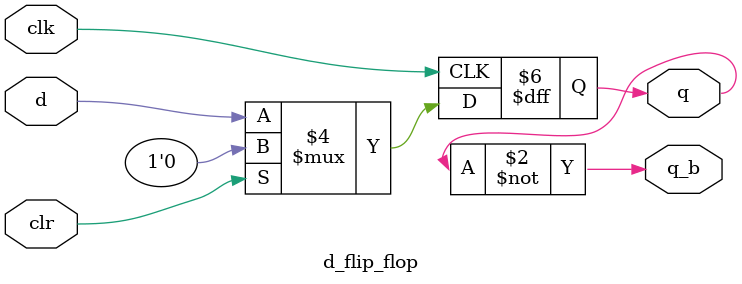
<source format=v>
`timescale 1ns / 1ps
module d_flip_flop(d,clk,q,clr,q_b);
    input d,clk,clr;
    output reg q;
    output q_b;
    always @(posedge clk)
        begin
            if(clr)
                q<=1'b0;
            else 
                q<=d;
        end
        assign q_b=~q;
endmodule

</source>
